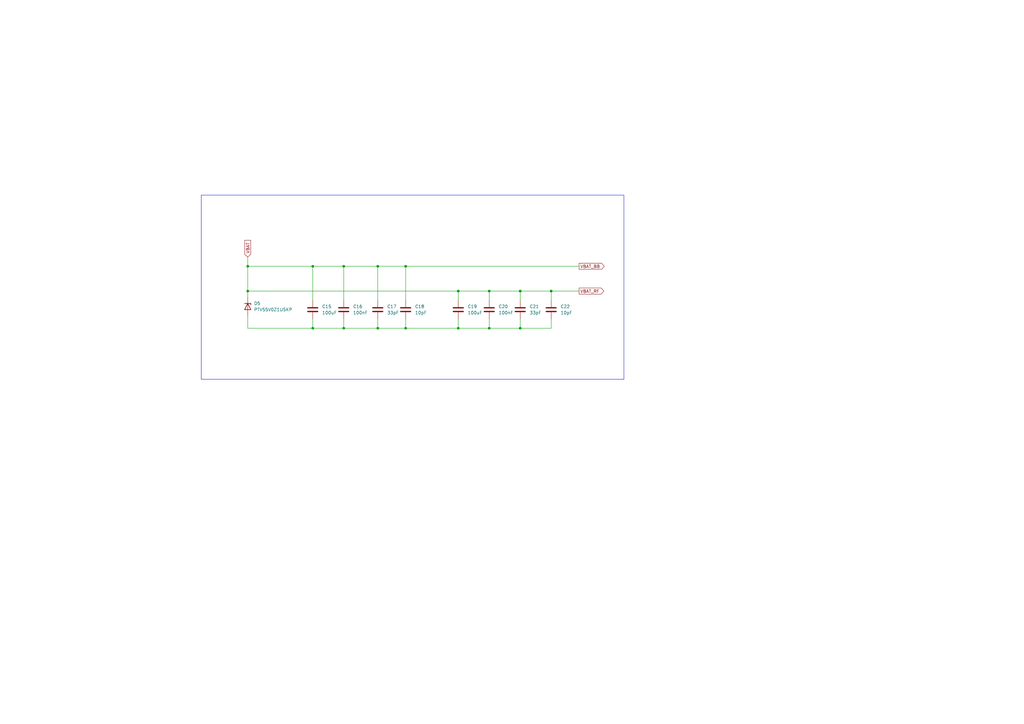
<source format=kicad_sch>
(kicad_sch (version 20250114) (generator "eeschema") (generator_version "9.0")
  (paper "A3")
  (title_block (title "Raspberry Pi HAT") (rev "A"))
  (lib_symbols
    (symbol "Device:C" (pin_numbers (hide yes)) (pin_names (offset 0.254))
      (property "Reference" "C" (at 0.635 2.54 0))
      (property "Value" "C" (at 0.635 -2.54 0))
      (symbol "C_0_1"
        (polyline (pts (xy -2.032 0.762) (xy 2.032 0.762)) (stroke (width 0.508)))
        (polyline (pts (xy -2.032 -0.762) (xy 2.032 -0.762)) (stroke (width 0.508)))
      )
      (symbol "C_1_1"
        (pin passive line (at 0 3.81 270) (length 2.794) (name "~") (number "1"))
        (pin passive line (at 0 -3.81 90) (length 2.794) (name "~") (number "2"))
      )
    )
    (symbol "Diode:PTVS5V0Z1USKP" (pin_numbers (hide yes)) (pin_names (hide yes))
      (property "Reference" "D" (at 0 2.54 0))
      (property "Value" "PTVS5V0Z1USKP" (at 0 -2.54 0))
      (symbol "PTVS5V0Z1USKP_0_1"
        (polyline (pts (xy -1.27 -1.27) (xy -1.27 1.27) (xy -0.762 1.27)) (stroke (width 0.254)))
        (polyline (pts (xy 1.27 0) (xy -1.27 0)))
        (polyline (pts (xy 1.27 -1.27) (xy 1.27 1.27) (xy -1.27 0) (xy 1.27 -1.27)) (stroke (width 0.254)))
      )
      (symbol "PTVS5V0Z1USKP_1_1"
        (pin passive line (at -3.81 0 0) (length 2.54) (name "K") (number "1"))
        (pin passive line (at 3.81 0 180) (length 2.54) (name "A") (number "2"))
      )
    )
  )
  (rectangle (start 82.55 80.01) (end 255.905 155.575))
  (junction (at 200.66 134.62))
  (junction (at 187.96 134.62))
  (junction (at 128.27 134.62))
  (junction (at 166.37 109.22))
  (junction (at 154.94 134.62))
  (junction (at 213.36 134.62))
  (junction (at 200.66 119.38))
  (junction (at 213.36 119.38))
  (junction (at 101.6 109.22))
  (junction (at 226.06 119.38))
  (junction (at 154.94 109.22))
  (junction (at 140.97 109.22))
  (junction (at 166.37 134.62))
  (junction (at 101.6 119.38))
  (junction (at 187.96 119.38))
  (junction (at 140.97 134.62))
  (junction (at 128.27 109.22))
  (wire (pts (xy 128.27 109.22) (xy 140.97 109.22)))
  (wire (pts (xy 213.36 119.38) (xy 226.06 119.38)))
  (wire (pts (xy 101.6 134.62) (xy 128.27 134.62)))
  (wire (pts (xy 128.27 109.22) (xy 128.27 123.19)))
  (wire (pts (xy 166.37 130.81) (xy 166.37 134.62)))
  (wire (pts (xy 154.94 130.81) (xy 154.94 134.62)))
  (wire (pts (xy 200.66 123.19) (xy 200.66 119.38)))
  (wire (pts (xy 140.97 130.81) (xy 140.97 134.62)))
  (wire (pts (xy 140.97 134.62) (xy 154.94 134.62)))
  (wire (pts (xy 101.6 109.22) (xy 101.6 119.38)))
  (wire (pts (xy 166.37 134.62) (xy 187.96 134.62)))
  (wire (pts (xy 226.06 130.81) (xy 226.06 134.62)))
  (wire (pts (xy 154.94 109.22) (xy 166.37 109.22)))
  (wire (pts (xy 200.66 119.38) (xy 213.36 119.38)))
  (wire (pts (xy 154.94 134.62) (xy 166.37 134.62)))
  (wire (pts (xy 154.94 109.22) (xy 154.94 123.19)))
  (wire (pts (xy 101.6 129.54) (xy 101.6 134.62)))
  (wire (pts (xy 187.96 119.38) (xy 200.66 119.38)))
  (wire (pts (xy 226.06 119.38) (xy 237.49 119.38)))
  (wire (pts (xy 213.36 123.19) (xy 213.36 119.38)))
  (wire (pts (xy 213.36 130.81) (xy 213.36 134.62)))
  (wire (pts (xy 187.96 123.19) (xy 187.96 119.38)))
  (wire (pts (xy 166.37 109.22) (xy 166.37 123.19)))
  (wire (pts (xy 140.97 109.22) (xy 154.94 109.22)))
  (wire (pts (xy 187.96 134.62) (xy 200.66 134.62)))
  (wire (pts (xy 101.6 121.92) (xy 101.6 119.38)))
  (wire (pts (xy 187.96 130.81) (xy 187.96 134.62)))
  (wire (pts (xy 101.6 109.22) (xy 128.27 109.22)))
  (wire (pts (xy 140.97 109.22) (xy 140.97 123.19)))
  (wire (pts (xy 128.27 134.62) (xy 140.97 134.62)))
  (wire (pts (xy 200.66 130.81) (xy 200.66 134.62)))
  (wire (pts (xy 128.27 130.81) (xy 128.27 134.62)))
  (wire (pts (xy 226.06 123.19) (xy 226.06 119.38)))
  (wire (pts (xy 200.66 134.62) (xy 213.36 134.62)))
  (wire (pts (xy 101.6 105.41) (xy 101.6 109.22)))
  (wire (pts (xy 166.37 109.22) (xy 237.49 109.22)))
  (wire (pts (xy 213.36 134.62) (xy 226.06 134.62)))
  (wire (pts (xy 187.96 119.38) (xy 101.6 119.38)))
  (global_label "VBAT_RF" (shape output) (at 237.49 119.38 0) (property "Intersheetrefs" "${INTERSHEET_REFS}" (effects (hide yes))))
  (global_label "VBAT_BB" (shape output) (at 237.49 109.22 0) (property "Intersheetrefs" "${INTERSHEET_REFS}" (effects (hide yes))))
  (global_label "VBAT" (shape input) (at 101.6 105.41 90) (property "Intersheetrefs" "${INTERSHEET_REFS}" (effects (hide yes))))
  (symbol (lib_id "Device:C") (at 140.97 127 0) (unit 1)
    (property "Reference" "C16" (at 144.78 125.7299 0) (effects (justify left)))
    (property "Value" "100nF" (at 144.78 128.2699 0) (effects (justify left)))
    (property "Description" "Unpolarized capacitor" (effects (hide yes)))
  )
  (symbol (lib_id "Device:C") (at 166.37 127 0) (unit 1)
    (property "Reference" "C18" (at 170.18 125.7299 0) (effects (justify left)))
    (property "Value" "10pF" (at 170.18 128.2699 0) (effects (justify left)))
    (property "Description" "Unpolarized capacitor" (effects (hide yes)))
  )
  (symbol (lib_id "Device:C") (at 200.66 127 0) (unit 1)
    (property "Reference" "C20" (at 204.47 125.7299 0) (effects (justify left)))
    (property "Value" "100nF" (at 204.47 128.2699 0) (effects (justify left)))
    (property "Description" "Unpolarized capacitor" (effects (hide yes)))
  )
  (symbol (lib_id "Device:C") (at 213.36 127 0) (unit 1)
    (property "Reference" "C21" (at 217.17 125.7299 0) (effects (justify left)))
    (property "Value" "33pF" (at 217.17 128.2699 0) (effects (justify left)))
    (property "Description" "Unpolarized capacitor" (effects (hide yes)))
  )
  (symbol (lib_id "Diode:PTVS5V0Z1USKP") (at 101.6 125.73 270) (unit 1)
    (property "Reference" "D5" (at 104.14 124.4599 90) (effects (justify left)))
    (property "Value" "PTVS5V0Z1USKP" (at 104.14 126.9999 90) (effects (justify left)))
    (property "Footprint" "Diode_SMD:Nexperia_DSN1608-2_1.6x0.8mm" (effects (hide yes)))
    (property "Datasheet" "https://assets.nexperia.com/documents/data-sheet/PTVS5V0Z1USKP.pdf" (effects (hide yes)))
    (property "Description" "5V, 2000W TVS unidirectional diode, DSN1608-2" (effects (hide yes)))
  )
  (symbol (lib_id "Device:C") (at 154.94 127 0) (unit 1)
    (property "Reference" "C17" (at 158.75 125.7299 0) (effects (justify left)))
    (property "Value" "33pF" (at 158.75 128.2699 0) (effects (justify left)))
    (property "Description" "Unpolarized capacitor" (effects (hide yes)))
  )
  (symbol (lib_id "Device:C") (at 128.27 127 0) (unit 1)
    (property "Reference" "C15" (at 132.08 125.7299 0) (effects (justify left)))
    (property "Value" "100uF" (at 132.08 128.2699 0) (effects (justify left)))
    (property "Description" "Unpolarized capacitor" (effects (hide yes)))
  )
  (symbol (lib_id "Device:C") (at 187.96 127 0) (unit 1)
    (property "Reference" "C19" (at 191.77 125.7299 0) (effects (justify left)))
    (property "Value" "100uF" (at 191.77 128.2699 0) (effects (justify left)))
    (property "Description" "Unpolarized capacitor" (effects (hide yes)))
  )
  (symbol (lib_id "Device:C") (at 226.06 127 0) (unit 1)
    (property "Reference" "C22" (at 229.87 125.7299 0) (effects (justify left)))
    (property "Value" "10pF" (at 229.87 128.2699 0) (effects (justify left)))
    (property "Description" "Unpolarized capacitor" (effects (hide yes)))
  )
)
</source>
